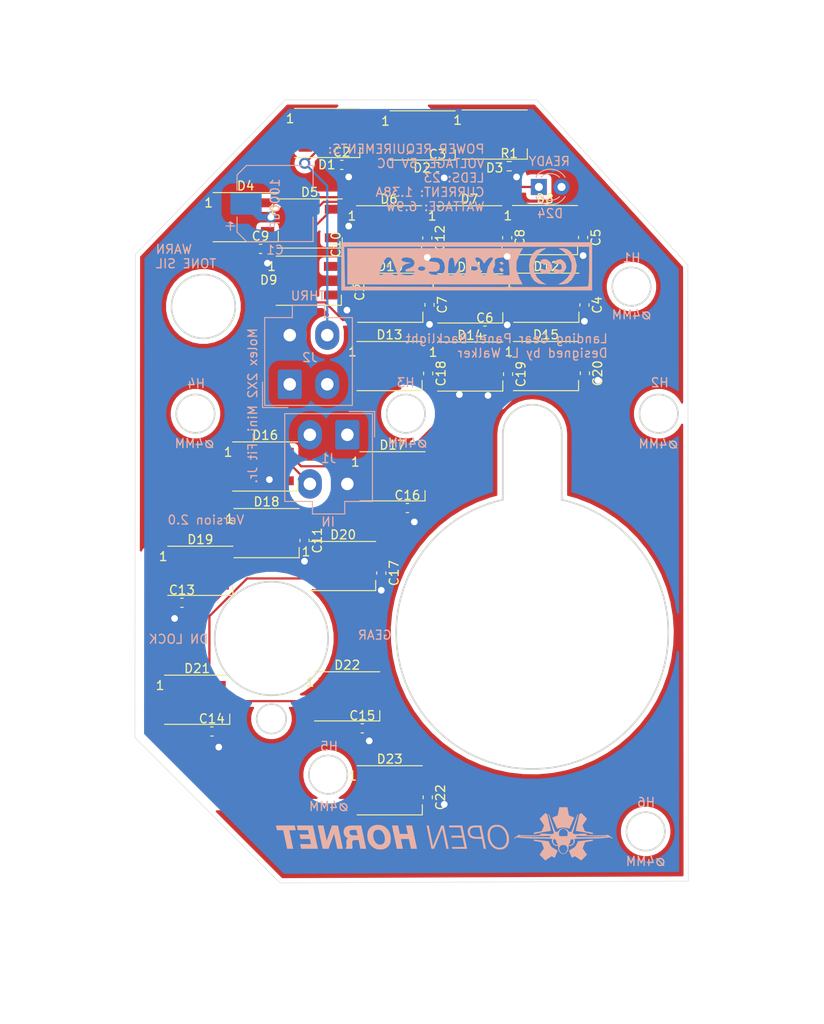
<source format=kicad_pcb>
(kicad_pcb (version 20171130) (host pcbnew "(5.1.6)-1")
  (layers (0 F.Cu signal) (31 B.Cu signal) (34 B.Paste user hide) (35 F.Paste user hide) (36 B.SilkS user) (37 F.SilkS user hide) (38 B.Mask user hide) (39 F.Mask user hide) (44 Edge.Cuts user))
  (net 0 "")
  (net 1 "Net-(D1-Pad2)")
  (net 2 "Net-(D2-Pad2)")
  (net 3 "Net-(D3-Pad2)")
  (net 4 "Net-(D4-Pad2)")
  (net 5 "Net-(D5-Pad2)")
  (net 6 "Net-(D6-Pad2)")
  (net 7 "Net-(D7-Pad2)")
  (net 8 "Net-(D8-Pad2)")
  (net 9 "Net-(D10-Pad4)")
  (net 10 "Net-(D10-Pad2)")
  (net 11 "Net-(D11-Pad2)")
  (net 12 "Net-(D12-Pad2)")
  (net 13 "Net-(D13-Pad2)")
  (net 14 "Net-(D14-Pad2)")
  (net 15 "Net-(D15-Pad2)")
  (net 16 "Net-(D16-Pad2)")
  (net 17 "Net-(D17-Pad2)")
  (net 18 "Net-(D18-Pad2)")
  (net 19 "Net-(D19-Pad2)")
  (net 20 "Net-(D20-Pad2)")
  (net 21 "Net-(D21-Pad2)")
  (net 22 "Net-(D22-Pad2)")
  (net 23 /LEDGND)
  (net 24 /LED+5V)
  (net 25 "Net-(D24-Pad1)")
  (net 26 /DATAIN)
  (net 27 /DATAOUT)
  (module OH_Backlighting:Molex_Mini-Fit_Jr_5566-04A_2x02_P4.20mm_Vertical (layer B.Cu) (at 81.25 71)
    (fp_text reference J2 (at 2.25 -3) (layer B.SilkS) (effects (justify mirror)))
    (fp_text value Conn_01x04_Female)
    (pad 4 thru_hole oval (at 4.2 -5.5) (size 2.7 3.3) (drill 1.4) (layers *.Cu *.Mask) (net 26 /DATAIN))
    (pad 3 thru_hole oval (at 0 -5.5) (size 2.7 3.3) (drill 1.4) (layers *.Cu *.Mask) (net 23 /LEDGND))
    (pad 2 thru_hole oval (at 4.2 0) (size 2.7 3.3) (drill 1.4) (layers *.Cu *.Mask) (net 24 /LED+5V))
    (pad 1 thru_hole roundrect (at 0 0) (size 2.7 3.3) (drill 1.4) (layers *.Cu *.Mask) (roundrect_rratio 0.09259299999999999) (net 24 /LED+5V))
  )
  (module OH_Backlighting:Molex_Mini-Fit_Jr_5566-04A_2x02_P4.20mm_Vertical (layer B.Cu) (at 87.7 76.65 180)
    (fp_text reference J1 (at 2.1 -2.65) (layer B.SilkS) (effects (justify mirror)))
    (fp_text value Conn_01x04_Female)
    (pad 4 thru_hole oval (at 4.2 -5.5 180) (size 2.7 3.3) (drill 1.4) (layers *.Cu *.Mask) (net 27 /DATAOUT))
    (pad 3 thru_hole oval (at 0 -5.5 180) (size 2.7 3.3) (drill 1.4) (layers *.Cu *.Mask) (net 23 /LEDGND))
    (pad 2 thru_hole oval (at 4.2 0 180) (size 2.7 3.3) (drill 1.4) (layers *.Cu *.Mask) (net 24 /LED+5V))
    (pad 1 thru_hole roundrect (at 0 0 180) (size 2.7 3.3) (drill 1.4) (layers *.Cu *.Mask) (roundrect_rratio 0.09259299999999999) (net 24 /LED+5V))
  )
  (module OH_General:CC-BY-NC-SA-Small (layer B.Cu) (at 101.15 57.8 180)
    (fp_text reference G*** hide)
    (fp_text value LOGO hide)
  )
  (module OH_General:OH_LOGO_37.7mm_5.9mm (layer B.Cu) (at 98.55 121.3 180)
    (fp_text reference G*** hide)
    (fp_text value LOGO hide)
  )
  (module Capacitor_SMD:C_0603_1608Metric (layer F.Cu) (at 96.7 117.212 270)
    (fp_text reference C22 (at 0 -1.43 90) (layer F.SilkS))
    (fp_text value C)
    (pad 2 smd roundrect (at 0.7875 0 270) (size 0.875 0.95) (layers F.Cu F.Paste F.Mask) (net 23 /LEDGND))
    (pad 1 smd roundrect (at -0.7875 0 270) (size 0.875 0.95) (layers F.Cu F.Paste F.Mask) (net 24 /LED+5V))
  )
  (module Capacitor_SMD:C_0603_1608Metric (layer F.Cu) (at 87.65 60.2125 270)
    (fp_text reference C21 (at 0 -1.43 90) (layer F.SilkS))
    (fp_text value C)
    (pad 2 smd roundrect (at 0.7875 0 270) (size 0.875 0.95) (layers F.Cu F.Paste F.Mask) (net 23 /LEDGND))
    (pad 1 smd roundrect (at -0.7875 0 270) (size 0.875 0.95) (layers F.Cu F.Paste F.Mask) (net 24 /LED+5V))
  )
  (module Capacitor_SMD:C_0603_1608Metric (layer F.Cu) (at 114.3 69.7625 270)
    (fp_text reference C20 (at 0 -1.43 90) (layer F.SilkS))
    (fp_text value C)
    (pad 2 smd roundrect (at 0.7875 0 270) (size 0.875 0.95) (layers F.Cu F.Paste F.Mask) (net 23 /LEDGND))
    (pad 1 smd roundrect (at -0.7875 0 270) (size 0.875 0.95) (layers F.Cu F.Paste F.Mask) (net 24 /LED+5V))
  )
  (module Capacitor_SMD:C_0603_1608Metric (layer F.Cu) (at 105.7 69.8625 270)
    (fp_text reference C19 (at 0 -1.43 90) (layer F.SilkS))
    (fp_text value C)
    (pad 2 smd roundrect (at 0.7875 0 270) (size 0.875 0.95) (layers F.Cu F.Paste F.Mask) (net 23 /LEDGND))
    (pad 1 smd roundrect (at -0.7875 0 270) (size 0.875 0.95) (layers F.Cu F.Paste F.Mask) (net 24 /LED+5V))
  )
  (module Capacitor_SMD:C_0603_1608Metric (layer F.Cu) (at 96.75 69.7875 270)
    (fp_text reference C18 (at 0 -1.43 90) (layer F.SilkS))
    (fp_text value C)
    (pad 2 smd roundrect (at 0.7875 0 270) (size 0.875 0.95) (layers F.Cu F.Paste F.Mask) (net 23 /LEDGND))
    (pad 1 smd roundrect (at -0.7875 0 270) (size 0.875 0.95) (layers F.Cu F.Paste F.Mask) (net 24 /LED+5V))
  )
  (module Capacitor_SMD:C_0603_1608Metric (layer F.Cu) (at 96.9 62.1125 270)
    (fp_text reference C7 (at 0 -1.43 90) (layer F.SilkS))
    (fp_text value C)
    (pad 2 smd roundrect (at 0.7875 0 270) (size 0.875 0.95) (layers F.Cu F.Paste F.Mask) (net 23 /LEDGND))
    (pad 1 smd roundrect (at -0.7875 0 270) (size 0.875 0.95) (layers F.Cu F.Paste F.Mask) (net 24 /LED+5V))
  )
  (module LED_SMD:LED_WS2812B_PLCC4_5.0x5.0mm_P3.2mm (layer F.Cu) (at 92.366 53.7716)
    (fp_text reference D6 (at 0 -3.5) (layer F.SilkS))
    (fp_text value WS2812B)
    (fp_text user 1 (at -4.15 -1.6) (layer F.SilkS))
    (pad 1 smd rect (at -2.45 -1.6) (size 1.5 1) (layers F.Cu F.Paste F.Mask) (net 24 /LED+5V))
    (pad 2 smd rect (at -2.45 1.6) (size 1.5 1) (layers F.Cu F.Paste F.Mask) (net 6 "Net-(D6-Pad2)"))
    (pad 4 smd rect (at 2.45 -1.6) (size 1.5 1) (layers F.Cu F.Paste F.Mask) (net 5 "Net-(D5-Pad2)"))
    (pad 3 smd rect (at 2.45 1.6) (size 1.5 1) (layers F.Cu F.Paste F.Mask) (net 23 /LEDGND))
  )
  (module Capacitor_SMD:C_0603_1608Metric (layer F.Cu) (at 82.9 88.475 270)
    (fp_text reference C11 (at 0 -1.43 90) (layer F.SilkS))
    (fp_text value C)
    (pad 2 smd roundrect (at 0.775 0 270) (size 0.9 0.95) (layers F.Cu F.Paste F.Mask) (net 23 /LEDGND))
    (pad 1 smd roundrect (at -0.775 0 270) (size 0.9 0.95) (layers F.Cu F.Paste F.Mask) (net 24 /LED+5V))
  )
  (module Resistor_SMD:R_0603_1608Metric (layer F.Cu) (at 105.825 46.6)
    (fp_text reference R1 (at 0 -1.43) (layer F.SilkS))
    (fp_text value R)
    (pad 2 smd roundrect (at 0.825 0) (size 0.8 0.95) (layers F.Cu F.Paste F.Mask) (net 23 /LEDGND))
    (pad 1 smd roundrect (at -0.825 0) (size 0.8 0.95) (layers F.Cu F.Paste F.Mask) (net 25 "Net-(D24-Pad1)"))
  )
  (module Capacitor_SMD:C_0603_1608Metric (layer F.Cu) (at 91.5 92.125 270)
    (fp_text reference C17 (at 0 -1.43 90) (layer F.SilkS))
    (fp_text value C)
    (pad 2 smd roundrect (at 0.775 0 270) (size 0.9 0.95) (layers F.Cu F.Paste F.Mask) (net 23 /LEDGND))
    (pad 1 smd roundrect (at -0.775 0 270) (size 0.9 0.95) (layers F.Cu F.Paste F.Mask) (net 24 /LED+5V))
  )
  (module Capacitor_SMD:C_0603_1608Metric (layer F.Cu) (at 94.425 84.85)
    (fp_text reference C16 (at 0 -1.43) (layer F.SilkS))
    (fp_text value C)
    (pad 2 smd roundrect (at 0.775 0) (size 0.9 0.95) (layers F.Cu F.Paste F.Mask) (net 23 /LEDGND))
    (pad 1 smd roundrect (at -0.775 0) (size 0.9 0.95) (layers F.Cu F.Paste F.Mask) (net 24 /LED+5V))
  )
  (module Capacitor_SMD:C_0603_1608Metric (layer F.Cu) (at 89.375 109.5)
    (fp_text reference C15 (at 0 -1.43) (layer F.SilkS))
    (fp_text value C)
    (pad 2 smd roundrect (at 0.775 0) (size 0.9 0.95) (layers F.Cu F.Paste F.Mask) (net 23 /LEDGND))
    (pad 1 smd roundrect (at -0.775 0) (size 0.9 0.95) (layers F.Cu F.Paste F.Mask) (net 24 /LED+5V))
  )
  (module Capacitor_SMD:C_0603_1608Metric (layer F.Cu) (at 72.525 109.85)
    (fp_text reference C14 (at 0 -1.43) (layer F.SilkS))
    (fp_text value C)
    (pad 2 smd roundrect (at 0.775 0) (size 0.9 0.95) (layers F.Cu F.Paste F.Mask) (net 23 /LEDGND))
    (pad 1 smd roundrect (at -0.775 0) (size 0.9 0.95) (layers F.Cu F.Paste F.Mask) (net 24 /LED+5V))
  )
  (module Capacitor_SMD:C_0603_1608Metric (layer F.Cu) (at 69.175 95.45)
    (fp_text reference C13 (at 0 -1.43) (layer F.SilkS))
    (fp_text value C)
    (pad 2 smd roundrect (at 0.775 0) (size 0.9 0.95) (layers F.Cu F.Paste F.Mask) (net 23 /LEDGND))
    (pad 1 smd roundrect (at -0.775 0) (size 0.9 0.95) (layers F.Cu F.Paste F.Mask) (net 24 /LED+5V))
  )
  (module Capacitor_SMD:C_0603_1608Metric (layer F.Cu) (at 96.65 54.625 270)
    (fp_text reference C12 (at 0 -1.43 90) (layer F.SilkS))
    (fp_text value C)
    (pad 2 smd roundrect (at 0.775 0 270) (size 0.9 0.95) (layers F.Cu F.Paste F.Mask) (net 23 /LEDGND))
    (pad 1 smd roundrect (at -0.775 0 270) (size 0.9 0.95) (layers F.Cu F.Paste F.Mask) (net 24 /LED+5V))
  )
  (module Capacitor_SMD:C_0603_1608Metric (layer F.Cu) (at 87.85 55.35 90)
    (fp_text reference C10 (at 0 -1.43 90) (layer F.SilkS))
    (fp_text value C)
    (pad 2 smd roundrect (at 0.775 0 90) (size 0.9 0.95) (layers F.Cu F.Paste F.Mask) (net 23 /LEDGND))
    (pad 1 smd roundrect (at -0.775 0 90) (size 0.9 0.95) (layers F.Cu F.Paste F.Mask) (net 24 /LED+5V))
  )
  (module Capacitor_SMD:C_0603_1608Metric (layer F.Cu) (at 77.975 55.85)
    (fp_text reference C9 (at 0 -1.43) (layer F.SilkS))
    (fp_text value C)
    (pad 2 smd roundrect (at 0.775 0) (size 0.9 0.95) (layers F.Cu F.Paste F.Mask) (net 23 /LEDGND))
    (pad 1 smd roundrect (at -0.775 0) (size 0.9 0.95) (layers F.Cu F.Paste F.Mask) (net 24 /LED+5V))
  )
  (module Capacitor_SMD:C_0603_1608Metric (layer F.Cu) (at 105.6 54.6 270)
    (fp_text reference C8 (at 0 -1.43 90) (layer F.SilkS))
    (fp_text value C)
    (pad 2 smd roundrect (at 0.775 0 270) (size 0.9 0.95) (layers F.Cu F.Paste F.Mask) (net 23 /LEDGND))
    (pad 1 smd roundrect (at -0.775 0 270) (size 0.9 0.95) (layers F.Cu F.Paste F.Mask) (net 24 /LED+5V))
  )
  (module Capacitor_SMD:C_0603_1608Metric (layer F.Cu) (at 103.1 65)
    (fp_text reference C6 (at 0 -1.43) (layer F.SilkS))
    (fp_text value C)
    (pad 2 smd roundrect (at 0.775 0) (size 0.9 0.95) (layers F.Cu F.Paste F.Mask) (net 23 /LEDGND))
    (pad 1 smd roundrect (at -0.775 0) (size 0.9 0.95) (layers F.Cu F.Paste F.Mask) (net 24 /LED+5V))
  )
  (module Capacitor_SMD:C_0603_1608Metric (layer F.Cu) (at 114.1 54.575 270)
    (fp_text reference C5 (at 0 -1.43 90) (layer F.SilkS))
    (fp_text value C)
    (pad 2 smd roundrect (at 0.775 0 270) (size 0.9 0.95) (layers F.Cu F.Paste F.Mask) (net 23 /LEDGND))
    (pad 1 smd roundrect (at -0.775 0 270) (size 0.9 0.95) (layers F.Cu F.Paste F.Mask) (net 24 /LED+5V))
  )
  (module Capacitor_SMD:C_0603_1608Metric (layer F.Cu) (at 114.25 62.125 270)
    (fp_text reference C4 (at 0 -1.43 90) (layer F.SilkS))
    (fp_text value C)
    (pad 2 smd roundrect (at 0.775 0 270) (size 0.9 0.95) (layers F.Cu F.Paste F.Mask) (net 23 /LEDGND))
    (pad 1 smd roundrect (at -0.775 0 270) (size 0.9 0.95) (layers F.Cu F.Paste F.Mask) (net 24 /LED+5V))
  )
  (module Capacitor_SMD:C_0603_1608Metric (layer F.Cu) (at 97.8 46.7)
    (fp_text reference C3 (at 0 -1.43) (layer F.SilkS))
    (fp_text value C)
    (pad 2 smd roundrect (at 0.775 0) (size 0.9 0.95) (layers F.Cu F.Paste F.Mask) (net 23 /LEDGND))
    (pad 1 smd roundrect (at -0.775 0) (size 0.9 0.95) (layers F.Cu F.Paste F.Mask) (net 24 /LED+5V))
  )
  (module Capacitor_SMD:C_0603_1608Metric (layer F.Cu) (at 87.075 46.45)
    (fp_text reference C2 (at 0 -1.43) (layer F.SilkS))
    (fp_text value C)
    (pad 2 smd roundrect (at 0.775 0) (size 0.9 0.95) (layers F.Cu F.Paste F.Mask) (net 23 /LEDGND))
    (pad 1 smd roundrect (at -0.775 0) (size 0.9 0.95) (layers F.Cu F.Paste F.Mask) (net 24 /LED+5V))
  )
  (module LED_THT:LED_D3.0mm (layer B.Cu) (at 109.144 48.9204)
    (fp_text reference D24 (at 1.27 2.96) (layer B.SilkS) (effects (justify mirror)))
    (fp_text value LED)
    (pad 2 thru_hole circle (at 2.54 0) (size 1.8 1.8) (drill 0.9) (layers *.Cu *.Mask) (net 24 /LED+5V))
    (pad 1 thru_hole rect (at 0 0) (size 1.8 1.8) (drill 0.9) (layers *.Cu *.Mask) (net 25 "Net-(D24-Pad1)"))
  )
  (module LED_SMD:LED_WS2812B_PLCC4_5.0x5.0mm_P3.2mm (layer F.Cu) (at 78.5 80.2)
    (fp_text reference D16 (at 0 -3.5) (layer F.SilkS))
    (fp_text value WS2812B)
    (fp_text user 1 (at -4.15 -1.6) (layer F.SilkS))
    (pad 1 smd rect (at -2.45 -1.6) (size 1.5 1) (layers F.Cu F.Paste F.Mask) (net 24 /LED+5V))
    (pad 2 smd rect (at -2.45 1.6) (size 1.5 1) (layers F.Cu F.Paste F.Mask) (net 16 "Net-(D16-Pad2)"))
    (pad 4 smd rect (at 2.45 -1.6) (size 1.5 1) (layers F.Cu F.Paste F.Mask) (net 15 "Net-(D15-Pad2)"))
    (pad 3 smd rect (at 2.45 1.6) (size 1.5 1) (layers F.Cu F.Paste F.Mask) (net 23 /LEDGND))
  )
  (module LED_SMD:LED_WS2812B_PLCC4_5.0x5.0mm_P3.2mm (layer F.Cu) (at 92.4444 116.434)
    (fp_text reference D23 (at 0 -3.5) (layer F.SilkS))
    (fp_text value WS2812B)
    (fp_text user 1 (at -4.15 -1.6) (layer F.SilkS))
    (pad 1 smd rect (at -2.45 -1.6) (size 1.5 1) (layers F.Cu F.Paste F.Mask) (net 24 /LED+5V))
    (pad 2 smd rect (at -2.45 1.6) (size 1.5 1) (layers F.Cu F.Paste F.Mask) (net 27 /DATAOUT))
    (pad 4 smd rect (at 2.45 -1.6) (size 1.5 1) (layers F.Cu F.Paste F.Mask) (net 22 "Net-(D22-Pad2)"))
    (pad 3 smd rect (at 2.45 1.6) (size 1.5 1) (layers F.Cu F.Paste F.Mask) (net 23 /LEDGND))
  )
  (module LED_SMD:LED_WS2812B_PLCC4_5.0x5.0mm_P3.2mm (layer F.Cu) (at 87.6808 105.918)
    (fp_text reference D22 (at 0 -3.5) (layer F.SilkS))
    (fp_text value WS2812B)
    (fp_text user 1 (at -4.15 -1.6) (layer F.SilkS))
    (pad 1 smd rect (at -2.45 -1.6) (size 1.5 1) (layers F.Cu F.Paste F.Mask) (net 24 /LED+5V))
    (pad 2 smd rect (at -2.45 1.6) (size 1.5 1) (layers F.Cu F.Paste F.Mask) (net 22 "Net-(D22-Pad2)"))
    (pad 4 smd rect (at 2.45 -1.6) (size 1.5 1) (layers F.Cu F.Paste F.Mask) (net 21 "Net-(D21-Pad2)"))
    (pad 3 smd rect (at 2.45 1.6) (size 1.5 1) (layers F.Cu F.Paste F.Mask) (net 23 /LEDGND))
  )
  (module LED_SMD:LED_WS2812B_PLCC4_5.0x5.0mm_P3.2mm (layer F.Cu) (at 70.8776 106.299)
    (fp_text reference D21 (at 0 -3.5) (layer F.SilkS))
    (fp_text value WS2812B)
    (fp_text user 1 (at -4.15 -1.6) (layer F.SilkS))
    (pad 1 smd rect (at -2.45 -1.6) (size 1.5 1) (layers F.Cu F.Paste F.Mask) (net 24 /LED+5V))
    (pad 2 smd rect (at -2.45 1.6) (size 1.5 1) (layers F.Cu F.Paste F.Mask) (net 21 "Net-(D21-Pad2)"))
    (pad 4 smd rect (at 2.45 -1.6) (size 1.5 1) (layers F.Cu F.Paste F.Mask) (net 20 "Net-(D20-Pad2)"))
    (pad 3 smd rect (at 2.45 1.6) (size 1.5 1) (layers F.Cu F.Paste F.Mask) (net 23 /LEDGND))
  )
  (module LED_SMD:LED_WS2812B_PLCC4_5.0x5.0mm_P3.2mm (layer F.Cu) (at 87.2236 91.3384)
    (fp_text reference D20 (at 0 -3.5) (layer F.SilkS))
    (fp_text value WS2812B)
    (fp_text user 1 (at -4.15 -1.6) (layer F.SilkS))
    (pad 1 smd rect (at -2.45 -1.6) (size 1.5 1) (layers F.Cu F.Paste F.Mask) (net 24 /LED+5V))
    (pad 2 smd rect (at -2.45 1.6) (size 1.5 1) (layers F.Cu F.Paste F.Mask) (net 20 "Net-(D20-Pad2)"))
    (pad 4 smd rect (at 2.45 -1.6) (size 1.5 1) (layers F.Cu F.Paste F.Mask) (net 19 "Net-(D19-Pad2)"))
    (pad 3 smd rect (at 2.45 1.6) (size 1.5 1) (layers F.Cu F.Paste F.Mask) (net 23 /LEDGND))
  )
  (module LED_SMD:LED_WS2812B_PLCC4_5.0x5.0mm_P3.2mm (layer F.Cu) (at 71.2332 91.8716)
    (fp_text reference D19 (at 0 -3.5) (layer F.SilkS))
    (fp_text value WS2812B)
    (fp_text user 1 (at -4.15 -1.6) (layer F.SilkS))
    (pad 1 smd rect (at -2.45 -1.6) (size 1.5 1) (layers F.Cu F.Paste F.Mask) (net 24 /LED+5V))
    (pad 2 smd rect (at -2.45 1.6) (size 1.5 1) (layers F.Cu F.Paste F.Mask) (net 19 "Net-(D19-Pad2)"))
    (pad 4 smd rect (at 2.45 -1.6) (size 1.5 1) (layers F.Cu F.Paste F.Mask) (net 18 "Net-(D18-Pad2)"))
    (pad 3 smd rect (at 2.45 1.6) (size 1.5 1) (layers F.Cu F.Paste F.Mask) (net 23 /LEDGND))
  )
  (module LED_SMD:LED_WS2812B_PLCC4_5.0x5.0mm_P3.2mm (layer F.Cu) (at 78.65 87.6552)
    (fp_text reference D18 (at 0 -3.5) (layer F.SilkS))
    (fp_text value WS2812B)
    (fp_text user 1 (at -4.15 -1.6) (layer F.SilkS))
    (pad 1 smd rect (at -2.45 -1.6) (size 1.5 1) (layers F.Cu F.Paste F.Mask) (net 24 /LED+5V))
    (pad 2 smd rect (at -2.45 1.6) (size 1.5 1) (layers F.Cu F.Paste F.Mask) (net 18 "Net-(D18-Pad2)"))
    (pad 4 smd rect (at 2.45 -1.6) (size 1.5 1) (layers F.Cu F.Paste F.Mask) (net 17 "Net-(D17-Pad2)"))
    (pad 3 smd rect (at 2.45 1.6) (size 1.5 1) (layers F.Cu F.Paste F.Mask) (net 23 /LEDGND))
  )
  (module LED_SMD:LED_WS2812B_PLCC4_5.0x5.0mm_P3.2mm (layer F.Cu) (at 92.75 81.3)
    (fp_text reference D17 (at 0 -3.5) (layer F.SilkS))
    (fp_text value WS2812B)
    (fp_text user 1 (at -4.15 -1.6) (layer F.SilkS))
    (pad 1 smd rect (at -2.45 -1.6) (size 1.5 1) (layers F.Cu F.Paste F.Mask) (net 24 /LED+5V))
    (pad 2 smd rect (at -2.45 1.6) (size 1.5 1) (layers F.Cu F.Paste F.Mask) (net 17 "Net-(D17-Pad2)"))
    (pad 4 smd rect (at 2.45 -1.6) (size 1.5 1) (layers F.Cu F.Paste F.Mask) (net 16 "Net-(D16-Pad2)"))
    (pad 3 smd rect (at 2.45 1.6) (size 1.5 1) (layers F.Cu F.Paste F.Mask) (net 23 /LEDGND))
  )
  (module LED_SMD:LED_WS2812B_PLCC4_5.0x5.0mm_P3.2mm (layer F.Cu) (at 109.943 68.9608)
    (fp_text reference D15 (at 0 -3.5) (layer F.SilkS))
    (fp_text value WS2812B)
    (fp_text user 1 (at -4.15 -1.6) (layer F.SilkS))
    (pad 1 smd rect (at -2.45 -1.6) (size 1.5 1) (layers F.Cu F.Paste F.Mask) (net 24 /LED+5V))
    (pad 2 smd rect (at -2.45 1.6) (size 1.5 1) (layers F.Cu F.Paste F.Mask) (net 15 "Net-(D15-Pad2)"))
    (pad 4 smd rect (at 2.45 -1.6) (size 1.5 1) (layers F.Cu F.Paste F.Mask) (net 14 "Net-(D14-Pad2)"))
    (pad 3 smd rect (at 2.45 1.6) (size 1.5 1) (layers F.Cu F.Paste F.Mask) (net 23 /LEDGND))
  )
  (module LED_SMD:LED_WS2812B_PLCC4_5.0x5.0mm_P3.2mm (layer F.Cu) (at 101.459 69.0116)
    (fp_text reference D14 (at 0 -3.5) (layer F.SilkS))
    (fp_text value WS2812B)
    (fp_text user 1 (at -4.15 -1.6) (layer F.SilkS))
    (pad 1 smd rect (at -2.45 -1.6) (size 1.5 1) (layers F.Cu F.Paste F.Mask) (net 24 /LED+5V))
    (pad 2 smd rect (at -2.45 1.6) (size 1.5 1) (layers F.Cu F.Paste F.Mask) (net 14 "Net-(D14-Pad2)"))
    (pad 4 smd rect (at 2.45 -1.6) (size 1.5 1) (layers F.Cu F.Paste F.Mask) (net 13 "Net-(D13-Pad2)"))
    (pad 3 smd rect (at 2.45 1.6) (size 1.5 1) (layers F.Cu F.Paste F.Mask) (net 23 /LEDGND))
  )
  (module LED_SMD:LED_WS2812B_PLCC4_5.0x5.0mm_P3.2mm (layer F.Cu) (at 92.4168 68.9608)
    (fp_text reference D13 (at 0 -3.5) (layer F.SilkS))
    (fp_text value WS2812B)
    (fp_text user 1 (at -4.15 -1.6) (layer F.SilkS))
    (pad 1 smd rect (at -2.45 -1.6) (size 1.5 1) (layers F.Cu F.Paste F.Mask) (net 24 /LED+5V))
    (pad 2 smd rect (at -2.45 1.6) (size 1.5 1) (layers F.Cu F.Paste F.Mask) (net 13 "Net-(D13-Pad2)"))
    (pad 4 smd rect (at 2.45 -1.6) (size 1.5 1) (layers F.Cu F.Paste F.Mask) (net 12 "Net-(D12-Pad2)"))
    (pad 3 smd rect (at 2.45 1.6) (size 1.5 1) (layers F.Cu F.Paste F.Mask) (net 23 /LEDGND))
  )
  (module LED_SMD:LED_WS2812B_PLCC4_5.0x5.0mm_P3.2mm (layer F.Cu) (at 109.982 61.3156)
    (fp_text reference D12 (at 0 -3.5) (layer F.SilkS))
    (fp_text value WS2812B)
    (fp_text user 1 (at -4.15 -1.6) (layer F.SilkS))
    (pad 1 smd rect (at -2.45 -1.6) (size 1.5 1) (layers F.Cu F.Paste F.Mask) (net 24 /LED+5V))
    (pad 2 smd rect (at -2.45 1.6) (size 1.5 1) (layers F.Cu F.Paste F.Mask) (net 12 "Net-(D12-Pad2)"))
    (pad 4 smd rect (at 2.45 -1.6) (size 1.5 1) (layers F.Cu F.Paste F.Mask) (net 11 "Net-(D11-Pad2)"))
    (pad 3 smd rect (at 2.45 1.6) (size 1.5 1) (layers F.Cu F.Paste F.Mask) (net 23 /LEDGND))
  )
  (module LED_SMD:LED_WS2812B_PLCC4_5.0x5.0mm_P3.2mm (layer F.Cu) (at 101.459 61.3916)
    (fp_text reference D11 (at 0 -3.5) (layer F.SilkS))
    (fp_text value WS2812B)
    (fp_text user 1 (at -4.15 -1.6) (layer F.SilkS))
    (pad 1 smd rect (at -2.45 -1.6) (size 1.5 1) (layers F.Cu F.Paste F.Mask) (net 24 /LED+5V))
    (pad 2 smd rect (at -2.45 1.6) (size 1.5 1) (layers F.Cu F.Paste F.Mask) (net 11 "Net-(D11-Pad2)"))
    (pad 4 smd rect (at 2.45 -1.6) (size 1.5 1) (layers F.Cu F.Paste F.Mask) (net 10 "Net-(D10-Pad2)"))
    (pad 3 smd rect (at 2.45 1.6) (size 1.5 1) (layers F.Cu F.Paste F.Mask) (net 23 /LEDGND))
  )
  (module LED_SMD:LED_WS2812B_PLCC4_5.0x5.0mm_P3.2mm (layer F.Cu) (at 92.5068 61.3156)
    (fp_text reference D10 (at 0 -3.5) (layer F.SilkS))
    (fp_text value WS2812B)
    (fp_text user 1 (at -4.15 -1.6) (layer F.SilkS))
    (pad 1 smd rect (at -2.45 -1.6) (size 1.5 1) (layers F.Cu F.Paste F.Mask) (net 24 /LED+5V))
    (pad 2 smd rect (at -2.45 1.6) (size 1.5 1) (layers F.Cu F.Paste F.Mask) (net 10 "Net-(D10-Pad2)"))
    (pad 4 smd rect (at 2.45 -1.6) (size 1.5 1) (layers F.Cu F.Paste F.Mask) (net 9 "Net-(D10-Pad4)"))
    (pad 3 smd rect (at 2.45 1.6) (size 1.5 1) (layers F.Cu F.Paste F.Mask) (net 23 /LEDGND))
  )
  (module LED_SMD:LED_WS2812B_PLCC4_5.0x5.0mm_P3.2mm (layer F.Cu) (at 83.3744 59.4104)
    (fp_text reference D9 (at -4.482 -0.076) (layer F.SilkS))
    (fp_text value WS2812B)
    (fp_text user 1 (at -4.15 -1.6) (layer F.SilkS))
    (pad 1 smd rect (at -2.45 -1.6) (size 1.5 1) (layers F.Cu F.Paste F.Mask) (net 24 /LED+5V))
    (pad 2 smd rect (at -2.45 1.6) (size 1.5 1) (layers F.Cu F.Paste F.Mask) (net 9 "Net-(D10-Pad4)"))
    (pad 4 smd rect (at 2.45 -1.6) (size 1.5 1) (layers F.Cu F.Paste F.Mask) (net 8 "Net-(D8-Pad2)"))
    (pad 3 smd rect (at 2.45 1.6) (size 1.5 1) (layers F.Cu F.Paste F.Mask) (net 23 /LEDGND))
  )
  (module LED_SMD:LED_WS2812B_PLCC4_5.0x5.0mm_P3.2mm (layer F.Cu) (at 109.83 53.7464)
    (fp_text reference D8 (at 0 -3.5) (layer F.SilkS))
    (fp_text value WS2812B)
    (fp_text user 1 (at -4.15 -1.6) (layer F.SilkS))
    (pad 1 smd rect (at -2.45 -1.6) (size 1.5 1) (layers F.Cu F.Paste F.Mask) (net 24 /LED+5V))
    (pad 2 smd rect (at -2.45 1.6) (size 1.5 1) (layers F.Cu F.Paste F.Mask) (net 8 "Net-(D8-Pad2)"))
    (pad 4 smd rect (at 2.45 -1.6) (size 1.5 1) (layers F.Cu F.Paste F.Mask) (net 7 "Net-(D7-Pad2)"))
    (pad 3 smd rect (at 2.45 1.6) (size 1.5 1) (layers F.Cu F.Paste F.Mask) (net 23 /LEDGND))
  )
  (module LED_SMD:LED_WS2812B_PLCC4_5.0x5.0mm_P3.2mm (layer F.Cu) (at 101.358 53.7716)
    (fp_text reference D7 (at 0 -3.5) (layer F.SilkS))
    (fp_text value WS2812B)
    (fp_text user 1 (at -4.15 -1.6) (layer F.SilkS))
    (pad 1 smd rect (at -2.45 -1.6) (size 1.5 1) (layers F.Cu F.Paste F.Mask) (net 24 /LED+5V))
    (pad 2 smd rect (at -2.45 1.6) (size 1.5 1) (layers F.Cu F.Paste F.Mask) (net 7 "Net-(D7-Pad2)"))
    (pad 4 smd rect (at 2.45 -1.6) (size 1.5 1) (layers F.Cu F.Paste F.Mask) (net 6 "Net-(D6-Pad2)"))
    (pad 3 smd rect (at 2.45 1.6) (size 1.5 1) (layers F.Cu F.Paste F.Mask) (net 23 /LEDGND))
  )
  (module LED_SMD:LED_WS2812B_PLCC4_5.0x5.0mm_P3.2mm (layer F.Cu) (at 83.476 53.0096)
    (fp_text reference D5 (at 0 -3.5) (layer F.SilkS))
    (fp_text value WS2812B)
    (fp_text user 1 (at -4.15 -1.6) (layer F.SilkS))
    (pad 1 smd rect (at -2.45 -1.6) (size 1.5 1) (layers F.Cu F.Paste F.Mask) (net 24 /LED+5V))
    (pad 2 smd rect (at -2.45 1.6) (size 1.5 1) (layers F.Cu F.Paste F.Mask) (net 5 "Net-(D5-Pad2)"))
    (pad 4 smd rect (at 2.45 -1.6) (size 1.5 1) (layers F.Cu F.Paste F.Mask) (net 4 "Net-(D4-Pad2)"))
    (pad 3 smd rect (at 2.45 1.6) (size 1.5 1) (layers F.Cu F.Paste F.Mask) (net 23 /LEDGND))
  )
  (module LED_SMD:LED_WS2812B_PLCC4_5.0x5.0mm_P3.2mm (layer F.Cu) (at 76.3132 52.2984)
    (fp_text reference D4 (at 0 -3.5) (layer F.SilkS))
    (fp_text value WS2812B)
    (fp_text user 1 (at -4.15 -1.6) (layer F.SilkS))
    (pad 1 smd rect (at -2.45 -1.6) (size 1.5 1) (layers F.Cu F.Paste F.Mask) (net 24 /LED+5V))
    (pad 2 smd rect (at -2.45 1.6) (size 1.5 1) (layers F.Cu F.Paste F.Mask) (net 4 "Net-(D4-Pad2)"))
    (pad 4 smd rect (at 2.45 -1.6) (size 1.5 1) (layers F.Cu F.Paste F.Mask) (net 3 "Net-(D3-Pad2)"))
    (pad 3 smd rect (at 2.45 1.6) (size 1.5 1) (layers F.Cu F.Paste F.Mask) (net 23 /LEDGND))
  )
  (module LED_SMD:LED_WS2812B_PLCC4_5.0x5.0mm_P3.2mm (layer F.Cu) (at 104.202 43.0528)
    (fp_text reference D3 (at -0.0116 3.734) (layer F.SilkS))
    (fp_text value WS2812B)
    (fp_text user 1 (at -4.15 -1.6) (layer F.SilkS))
    (pad 1 smd rect (at -2.45 -1.6) (size 1.5 1) (layers F.Cu F.Paste F.Mask) (net 24 /LED+5V))
    (pad 2 smd rect (at -2.45 1.6) (size 1.5 1) (layers F.Cu F.Paste F.Mask) (net 3 "Net-(D3-Pad2)"))
    (pad 4 smd rect (at 2.45 -1.6) (size 1.5 1) (layers F.Cu F.Paste F.Mask) (net 2 "Net-(D2-Pad2)"))
    (pad 3 smd rect (at 2.45 1.6) (size 1.5 1) (layers F.Cu F.Paste F.Mask) (net 23 /LEDGND))
  )
  (module LED_SMD:LED_WS2812B_PLCC4_5.0x5.0mm_P3.2mm (layer F.Cu) (at 96.1252 43.1544)
    (fp_text reference D2 (at -0.0624 3.6324) (layer F.SilkS))
    (fp_text value WS2812B)
    (fp_text user 1 (at -4.15 -1.6) (layer F.SilkS))
    (pad 1 smd rect (at -2.45 -1.6) (size 1.5 1) (layers F.Cu F.Paste F.Mask) (net 24 /LED+5V))
    (pad 2 smd rect (at -2.45 1.6) (size 1.5 1) (layers F.Cu F.Paste F.Mask) (net 2 "Net-(D2-Pad2)"))
    (pad 4 smd rect (at 2.45 -1.6) (size 1.5 1) (layers F.Cu F.Paste F.Mask) (net 1 "Net-(D1-Pad2)"))
    (pad 3 smd rect (at 2.45 1.6) (size 1.5 1) (layers F.Cu F.Paste F.Mask) (net 23 /LEDGND))
  )
  (module LED_SMD:LED_WS2812B_PLCC4_5.0x5.0mm_P3.2mm (layer F.Cu) (at 85.4456 42.8752)
    (fp_text reference D1 (at -0.0508 3.556) (layer F.SilkS))
    (fp_text value WS2812B)
    (fp_text user 1 (at -4.15 -1.6) (layer F.SilkS))
    (pad 1 smd rect (at -2.45 -1.6) (size 1.5 1) (layers F.Cu F.Paste F.Mask) (net 24 /LED+5V))
    (pad 2 smd rect (at -2.45 1.6) (size 1.5 1) (layers F.Cu F.Paste F.Mask) (net 1 "Net-(D1-Pad2)"))
    (pad 4 smd rect (at 2.45 -1.6) (size 1.5 1) (layers F.Cu F.Paste F.Mask) (net 26 /DATAIN))
    (pad 3 smd rect (at 2.45 1.6) (size 1.5 1) (layers F.Cu F.Paste F.Mask) (net 23 /LEDGND))
  )
  (module Capacitor_SMD:CP_Elec_8x10 (layer B.Cu) (at 79.6036 50.7746)
    (fp_text reference C1 (at 0 5.2) (layer B.SilkS) (effects (justify mirror)))
    (fp_text value C_Polarized)
    (pad 2 smd roundrect (at 3.25 0) (size 3.5 2.5) (layers B.Cu B.Paste B.Mask) (roundrect_rratio 0.1) (net 23 /LEDGND))
    (pad 1 smd roundrect (at -3.25 0) (size 3.5 2.5) (layers B.Cu B.Paste B.Mask) (roundrect_rratio 0.1) (net 24 /LED+5V))
  )
  (gr_text READY (at 110.3122 46.0502) (layer B.SilkS) (effects (font (size 1 1)) (justify mirror)))
  (gr_text "POWER REQUIREMENTS:\nVOLTAGE: 5V DC\nLEDS: 23\nCURRENT: 1.38A\nWATTAGE: 6.9W" (at 103.15 47.9) (layer B.SilkS) (effects (font (size 1 1)) (justify left mirror)))
  (gr_text 1000uF (at 79.6036 50.7746 90) (layer B.SilkS) (effects (font (size 1 1)) (justify mirror)))
  (gr_text ⌀4MM (at 94.4626 77.5716) (layer B.SilkS) (effects (font (size 1 1)) (justify mirror)))
  (gr_text ⌀4MM (at 119.5578 63.2206) (layer B.SilkS) (effects (font (size 1 1)) (justify mirror)))
  (gr_text ⌀4MM (at 122.555 77.6732) (layer B.SilkS) (effects (font (size 1 1)) (justify mirror)))
  (gr_text ⌀4MM (at 121.1326 124.3838) (layer B.SilkS) (effects (font (size 1 1)) (justify mirror)))
  (gr_text ⌀4MM (at 85.6488 118.237) (layer B.SilkS) (effects (font (size 1 1)) (justify mirror)))
  (gr_text ⌀4MM (at 70.612 77.6224) (layer B.SilkS) (effects (font (size 1 1)) (justify mirror)))
  (gr_text H6 (at 121.158 117.7798) (layer B.SilkS) (effects (font (size 1 1)) (justify mirror)))
  (gr_text H5 (at 85.6488 111.506) (layer B.SilkS) (effects (font (size 1 1)) (justify mirror)))
  (gr_text H4 (at 70.7644 70.9168) (layer B.SilkS) (effects (font (size 1 1)) (justify mirror)))
  (gr_text H3 (at 94.234 70.8152) (layer B.SilkS) (effects (font (size 1 1)) (justify mirror)))
  (gr_text H2 (at 122.682 70.8152) (layer B.SilkS) (effects (font (size 1 1)) (justify mirror)))
  (gr_text H1 (at 119.5324 56.8452) (layer B.SilkS) (effects (font (size 1 1)) (justify mirror)))
  (gr_text "WARN\nTONE SIL" (at 66.15 56.7) (layer B.SilkS) (effects (font (size 1 1)) (justify right mirror)))
  (gr_text GEAR (at 90.7796 99.06) (layer B.SilkS) (effects (font (size 1 1)) (justify mirror)))
  (gr_text "DN LOCK" (at 68.7832 99.5172) (layer B.SilkS) (effects (font (size 1 1)) (justify mirror)))
  (gr_text THRU (at 83.3 61.1) (layer B.SilkS) (effects (font (size 1 1)) (justify mirror)))
  (gr_text IN (at 85.55 86.4) (layer B.SilkS) (effects (font (size 1 1)) (justify mirror)))
  (gr_text "Molex 2X2 Mini-Fit Jr." (at 77.1 73.4 90) (layer B.SilkS) (effects (font (size 1 1)) (justify mirror)))
  (gr_text "Version 2.0" (at 71.8566 86.1822) (layer B.SilkS) (effects (font (size 1 1)) (justify mirror)))
  (gr_text "Landing Gear Panel Backlight\nDesigned by L. Walker" (at 116.95 66.7) (layer B.SilkS) (effects (font (size 1 1)) (justify left mirror)))
  (gr_line (start 125.8316 57.658) (end 108.9152 39.1668) (layer Edge.Cuts) (width 0.05))
  (gr_line (start 125.8316 126.5936) (end 125.8824 126.5936) (layer Edge.Cuts) (width 0.05))
  (gr_line (start 80.1624 126.7968) (end 125.8316 126.5936) (layer Edge.Cuts) (width 0.05))
  (gr_line (start 63.9064 110.5408) (end 80.1624 126.7968) (layer Edge.Cuts) (width 0.05))
  (gr_line (start 63.9572 56.4896) (end 63.9064 110.5408) (layer Edge.Cuts) (width 0.05))
  (gr_line (start 80.7212 39.1668) (end 63.9572 56.4896) (layer Edge.Cuts) (width 0.05))
  (gr_line (start 108.9152 39.1668) (end 80.7212 39.1668) (layer Edge.Cuts) (width 0.05))
  (gr_line (start 125.8824 126.5936) (end 125.8316 57.658) (layer Edge.Cuts) (width 0.05))
  (gr_circle (center 85.5472 114.681) (end 87.699849 114.681) (layer Edge.Cuts) (width 0.2))
  (gr_line (start 111.702278 83.926482) (end 111.7092 76.581) (layer Edge.Cuts) (width 0.2))
  (gr_circle (center 79.1972 108.4326) (end 80.848199 108.4326) (layer Edge.Cuts) (width 0.2))
  (gr_circle (center 122.5677 74.289123) (end 124.72035 74.289123) (layer Edge.Cuts) (width 0.2))
  (gr_circle (center 79.1972 99.441) (end 85.547199 99.441) (layer Edge.Cuts) (width 0.2))
  (gr_circle (center 70.6907 74.289123) (end 72.84335 74.289123) (layer Edge.Cuts) (width 0.2))
  (gr_line (start 105.1052 76.581) (end 105.1052 83.928017) (layer Edge.Cuts) (width 0.2))
  (gr_circle (center 71.5772 62.2935) (end 75.148439 62.2935) (layer Edge.Cuts) (width 0.2))
  (gr_circle (center 94.2467 74.289123) (end 96.399349 74.289123) (layer Edge.Cuts) (width 0.2))
  (gr_circle (center 121.1072 121.031) (end 123.25985 121.031) (layer Edge.Cuts) (width 0.2))
  (gr_circle (center 119.5197 60.071) (end 121.67235 60.071) (layer Edge.Cuts) (width 0.2))
  (gr_arc (start 108.4072 76.581) (end 111.709199 76.581) (angle -180) (layer Edge.Cuts) (width 0.2))
  (gr_arc (start 108.4072 98.806) (end 105.105199 83.928017) (angle -335) (layer Edge.Cuts) (width 0.2))
  (segment (start 98.5752 41.5544) (end 97.4999 41.5544) (width 0.25) (layer F.Cu) (net 1))
  (segment (start 82.9956 44.4752) (end 84.0709 44.4752) (width 0.25) (layer F.Cu) (net 1))
  (segment (start 84.0709 44.4752) (end 84.0709 43.3874) (width 0.25) (layer F.Cu) (net 1))
  (segment (start 84.0709 43.3874) (end 87.0085 40.4498) (width 0.25) (layer F.Cu) (net 1))
  (segment (start 87.0085 40.4498) (end 96.3953 40.4498) (width 0.25) (layer F.Cu) (net 1))
  (segment (start 96.3953 40.4498) (end 97.4999 41.5544) (width 0.25) (layer F.Cu) (net 1))
  (segment (start 106.652 41.4528) (end 105.5767 41.4528) (width 0.25) (layer F.Cu) (net 2))
  (segment (start 93.6752 44.7544) (end 94.7505 44.7544) (width 0.25) (layer F.Cu) (net 2))
  (segment (start 94.7505 44.7544) (end 95.6775 43.8274) (width 0.25) (layer F.Cu) (net 2))
  (segment (start 95.6775 43.8274) (end 103.2021 43.8274) (width 0.25) (layer F.Cu) (net 2))
  (segment (start 103.2021 43.8274) (end 105.5767 41.4528) (width 0.25) (layer F.Cu) (net 2))
  (segment (start 78.7632 50.6984) (end 79.8385 50.6984) (width 0.25) (layer F.Cu) (net 3))
  (segment (start 101.752 44.6528) (end 100.6767 44.6528) (width 0.25) (layer F.Cu) (net 3))
  (segment (start 100.6767 44.6528) (end 100.6767 47.1585) (width 0.25) (layer F.Cu) (net 3))
  (segment (start 100.6767 47.1585) (end 97.7711 50.0641) (width 0.25) (layer F.Cu) (net 3))
  (segment (start 97.7711 50.0641) (end 80.4728 50.0641) (width 0.25) (layer F.Cu) (net 3))
  (segment (start 80.4728 50.0641) (end 79.8385 50.6984) (width 0.25) (layer F.Cu) (net 3))
  (segment (start 73.8632 53.8984) (end 74.9385 53.8984) (width 0.25) (layer F.Cu) (net 4))
  (segment (start 74.9385 53.8984) (end 74.9385 54.9912) (width 0.25) (layer F.Cu) (net 4))
  (segment (start 74.9385 54.9912) (end 78.3578 58.4105) (width 0.25) (layer F.Cu) (net 4))
  (segment (start 78.3578 58.4105) (end 79.14 58.4105) (width 0.25) (layer F.Cu) (net 4))
  (segment (start 79.14 58.4105) (end 79.7004 57.8501) (width 0.25) (layer F.Cu) (net 4))
  (segment (start 79.7004 57.8501) (end 79.7004 57.3094) (width 0.25) (layer F.Cu) (net 4))
  (segment (start 79.7004 57.3094) (end 80.9873 56.0225) (width 0.25) (layer F.Cu) (net 4))
  (segment (start 80.9873 56.0225) (end 81.3785 56.0225) (width 0.25) (layer F.Cu) (net 4))
  (segment (start 81.3785 56.0225) (end 85.926 51.475) (width 0.25) (layer F.Cu) (net 4))
  (segment (start 85.926 51.475) (end 85.926 51.4096) (width 0.25) (layer F.Cu) (net 4))
  (segment (start 81.026 54.6096) (end 82.1013 54.6096) (width 0.25) (layer F.Cu) (net 5))
  (segment (start 94.816 52.1716) (end 93.7407 52.1716) (width 0.25) (layer F.Cu) (net 5))
  (segment (start 82.1013 54.6096) (end 82.1013 53.5224) (width 0.25) (layer F.Cu) (net 5))
  (segment (start 82.1013 53.5224) (end 85.0395 50.5842) (width 0.25) (layer F.Cu) (net 5))
  (segment (start 85.0395 50.5842) (end 92.1533 50.5842) (width 0.25) (layer F.Cu) (net 5))
  (segment (start 92.1533 50.5842) (end 93.7407 52.1716) (width 0.25) (layer F.Cu) (net 5))
  (segment (start 102.7327 52.1716) (end 102.7327 53.2682) (width 0.25) (layer F.Cu) (net 6))
  (segment (start 102.7327 53.2682) (end 98.2494 57.7515) (width 0.25) (layer F.Cu) (net 6))
  (segment (start 98.2494 57.7515) (end 93.3712 57.7515) (width 0.25) (layer F.Cu) (net 6))
  (segment (start 93.3712 57.7515) (end 90.9913 55.3716) (width 0.25) (layer F.Cu) (net 6))
  (segment (start 89.916 55.3716) (end 90.9913 55.3716) (width 0.25) (layer F.Cu) (net 6))
  (segment (start 103.808 52.1716) (end 102.7327 52.1716) (width 0.25) (layer F.Cu) (net 6))
  (segment (start 112.28 52.1464) (end 111.2047 52.1464) (width 0.25) (layer F.Cu) (net 7))
  (segment (start 98.908 55.3716) (end 99.9833 55.3716) (width 0.25) (layer F.Cu) (net 7))
  (segment (start 99.9833 55.3716) (end 99.9833 54.2235) (width 0.25) (layer F.Cu) (net 7))
  (segment (start 99.9833 54.2235) (end 102.8857 51.3211) (width 0.25) (layer F.Cu) (net 7))
  (segment (start 102.8857 51.3211) (end 110.3794 51.3211) (width 0.25) (layer F.Cu) (net 7))
  (segment (start 110.3794 51.3211) (end 111.2047 52.1464) (width 0.25) (layer F.Cu) (net 7))
  (segment (start 85.8244 57.8104) (end 86.8997 57.8104) (width 0.25) (layer F.Cu) (net 8))
  (segment (start 107.38 55.3464) (end 107.38 56.2826) (width 0.25) (layer F.Cu) (net 8))
  (segment (start 107.38 56.2826) (end 105.4148 58.2478) (width 0.25) (layer F.Cu) (net 8))
  (segment (start 105.4148 58.2478) (end 87.3371 58.2478) (width 0.25) (layer F.Cu) (net 8))
  (segment (start 87.3371 58.2478) (end 86.8997 57.8104) (width 0.25) (layer F.Cu) (net 8))
  (segment (start 94.9568 59.7156) (end 93.8815 59.7156) (width 0.25) (layer F.Cu) (net 9))
  (segment (start 80.9244 61.0104) (end 81.9997 61.0104) (width 0.25) (layer F.Cu) (net 9))
  (segment (start 81.9997 61.0104) (end 82.825 61.8357) (width 0.25) (layer F.Cu) (net 9))
  (segment (start 82.825 61.8357) (end 85.2201 61.8357) (width 0.25) (layer F.Cu) (net 9))
  (segment (start 85.2201 61.8357) (end 87.1824 63.798) (width 0.25) (layer F.Cu) (net 9))
  (segment (start 87.1824 63.798) (end 90.9493 63.798) (width 0.25) (layer F.Cu) (net 9))
  (segment (start 90.9493 63.798) (end 93.8815 60.8658) (width 0.25) (layer F.Cu) (net 9))
  (segment (start 93.8815 60.8658) (end 93.8815 59.7156) (width 0.25) (layer F.Cu) (net 9))
  (segment (start 103.909 59.7916) (end 102.8337 59.7916) (width 0.25) (layer F.Cu) (net 10))
  (segment (start 90.0568 62.9156) (end 91.1321 62.9156) (width 0.25) (layer F.Cu) (net 10))
  (segment (start 91.1321 62.9156) (end 91.1321 61.8135) (width 0.25) (layer F.Cu) (net 10))
  (segment (start 91.1321 61.8135) (end 94.0554 58.8902) (width 0.25) (layer F.Cu) (net 10))
  (segment (start 94.0554 58.8902) (end 101.9323 58.8902) (width 0.25) (layer F.Cu) (net 10))
  (segment (start 101.9323 58.8902) (end 102.8337 59.7916) (width 0.25) (layer F.Cu) (net 10))
  (segment (start 112.432 59.7156) (end 110.2976 61.85) (width 0.25) (layer F.Cu) (net 11))
  (segment (start 100.1506 61.85) (end 99.009 62.9916) (width 0.25) (layer F.Cu) (net 11))
  (segment (start 110.2976 61.85) (end 100.1506 61.85) (width 0.25) (layer F.Cu) (net 11))
  (segment (start 94.8668 67.3608) (end 95.9421 67.3608) (width 0.25) (layer F.Cu) (net 12))
  (segment (start 107.532 62.9156) (end 107.532 63.9898) (width 0.25) (layer F.Cu) (net 12))
  (segment (start 107.532 63.9898) (end 104.9863 66.5355) (width 0.25) (layer F.Cu) (net 12))
  (segment (start 104.9863 66.5355) (end 96.7674 66.5355) (width 0.25) (layer F.Cu) (net 12))
  (segment (start 96.7674 66.5355) (end 95.9421 67.3608) (width 0.25) (layer F.Cu) (net 12))
  (segment (start 103.909 67.4116) (end 102.8337 67.4116) (width 0.25) (layer F.Cu) (net 13))
  (segment (start 89.9668 70.5608) (end 91.0421 70.5608) (width 0.25) (layer F.Cu) (net 13))
  (segment (start 91.0421 70.5608) (end 91.8675 69.7354) (width 0.25) (layer F.Cu) (net 13))
  (segment (start 91.8675 69.7354) (end 95.9585 69.7354) (width 0.25) (layer F.Cu) (net 13))
  (segment (start 95.9585 69.7354) (end 96.0093 69.7862) (width 0.25) (layer F.Cu) (net 13))
  (segment (start 96.0093 69.7862) (end 100.4591 69.7862) (width 0.25) (layer F.Cu) (net 13))
  (segment (start 100.4591 69.7862) (end 102.8337 67.4116) (width 0.25) (layer F.Cu) (net 13))
  (segment (start 112.393 67.3608) (end 111.3177 67.3608) (width 0.25) (layer F.Cu) (net 14))
  (segment (start 99.009 70.6116) (end 100.9801 70.6116) (width 0.25) (layer F.Cu) (net 14))
  (segment (start 100.9801 70.6116) (end 101.829 69.7627) (width 0.25) (layer F.Cu) (net 14))
  (segment (start 101.829 69.7627) (end 104.9099 69.7627) (width 0.25) (layer F.Cu) (net 14))
  (segment (start 104.9099 69.7627) (end 105.0097 69.8625) (width 0.25) (layer F.Cu) (net 14))
  (segment (start 105.0097 69.8625) (end 106.3741 69.8625) (width 0.25) (layer F.Cu) (net 14))
  (segment (start 106.3741 69.8625) (end 108.0505 68.1861) (width 0.25) (layer F.Cu) (net 14))
  (segment (start 108.0505 68.1861) (end 110.4924 68.1861) (width 0.25) (layer F.Cu) (net 14))
  (segment (start 110.4924 68.1861) (end 111.3177 67.3608) (width 0.25) (layer F.Cu) (net 14))
  (segment (start 104.853799 73.200001) (end 107.493 70.5608) (width 0.25) (layer F.Cu) (net 15))
  (segment (start 99.864997 73.200001) (end 104.853799 73.200001) (width 0.25) (layer F.Cu) (net 15))
  (segment (start 92.539997 80.525001) (end 99.864997 73.200001) (width 0.25) (layer F.Cu) (net 15))
  (segment (start 89.289999 80.525001) (end 92.539997 80.525001) (width 0.25) (layer F.Cu) (net 15))
  (segment (start 88.939988 80.17499) (end 89.289999 80.525001) (width 0.25) (layer F.Cu) (net 15))
  (segment (start 82.52499 80.17499) (end 88.939988 80.17499) (width 0.25) (layer F.Cu) (net 15))
  (segment (start 80.95 78.6) (end 82.52499 80.17499) (width 0.25) (layer F.Cu) (net 15))
  (segment (start 80.134788 86.92499) (end 76.05 82.840202) (width 0.25) (layer F.Cu) (net 16))
  (segment (start 88.72501 86.92499) (end 80.134788 86.92499) (width 0.25) (layer F.Cu) (net 16))
  (segment (start 95.2 80.45) (end 88.72501 86.92499) (width 0.25) (layer F.Cu) (net 16))
  (segment (start 76.05 82.840202) (end 76.05 81.8) (width 0.25) (layer F.Cu) (net 16))
  (segment (start 95.2 79.7) (end 95.2 80.45) (width 0.25) (layer F.Cu) (net 16))
  (segment (start 81.1 86.0552) (end 82.1753 86.0552) (width 0.25) (layer F.Cu) (net 17))
  (segment (start 90.3 82.9) (end 87.1448 86.0552) (width 0.25) (layer F.Cu) (net 17))
  (segment (start 87.1448 86.0552) (end 82.1753 86.0552) (width 0.25) (layer F.Cu) (net 17))
  (segment (start 76.2 89.2552) (end 75.1247 89.2552) (width 0.25) (layer F.Cu) (net 18))
  (segment (start 73.6832 90.2716) (end 74.7585 90.2716) (width 0.25) (layer F.Cu) (net 18))
  (segment (start 75.1247 89.2552) (end 75.1247 89.9054) (width 0.25) (layer F.Cu) (net 18))
  (segment (start 75.1247 89.9054) (end 74.7585 90.2716) (width 0.25) (layer F.Cu) (net 18))
  (segment (start 89.6736 89.7384) (end 88.5983 89.7384) (width 0.25) (layer F.Cu) (net 19))
  (segment (start 68.7832 93.4716) (end 69.8585 93.4716) (width 0.25) (layer F.Cu) (net 19))
  (segment (start 69.8585 93.4716) (end 71.5734 91.7567) (width 0.25) (layer F.Cu) (net 19))
  (segment (start 71.5734 91.7567) (end 86.58 91.7567) (width 0.25) (layer F.Cu) (net 19))
  (segment (start 86.58 91.7567) (end 88.5983 89.7384) (width 0.25) (layer F.Cu) (net 19))
  (segment (start 73.3276 104.699) (end 72.2523 104.699) (width 0.25) (layer F.Cu) (net 20))
  (segment (start 84.7736 92.9384) (end 83.6983 92.9384) (width 0.25) (layer F.Cu) (net 20))
  (segment (start 83.6983 92.9384) (end 83.4846 92.7247) (width 0.25) (layer F.Cu) (net 20))
  (segment (start 83.4846 92.7247) (end 76.4771 92.7247) (width 0.25) (layer F.Cu) (net 20))
  (segment (start 76.4771 92.7247) (end 72.2523 96.9495) (width 0.25) (layer F.Cu) (net 20))
  (segment (start 72.2523 96.9495) (end 72.2523 104.699) (width 0.25) (layer F.Cu) (net 20))
  (segment (start 90.1308 104.318) (end 89.0555 104.318) (width 0.25) (layer F.Cu) (net 21))
  (segment (start 68.4276 107.899) (end 69.5029 107.899) (width 0.25) (layer F.Cu) (net 21))
  (segment (start 69.5029 107.899) (end 70.9464 106.4555) (width 0.25) (layer F.Cu) (net 21))
  (segment (start 70.9464 106.4555) (end 86.918 106.4555) (width 0.25) (layer F.Cu) (net 21))
  (segment (start 86.918 106.4555) (end 89.0555 104.318) (width 0.25) (layer F.Cu) (net 21))
  (segment (start 85.2308 107.518) (end 86.3061 107.518) (width 0.25) (layer F.Cu) (net 22))
  (segment (start 86.3061 107.518) (end 86.3061 108.5933) (width 0.25) (layer F.Cu) (net 22))
  (segment (start 86.3061 108.5933) (end 92.5468 114.834) (width 0.25) (layer F.Cu) (net 22))
  (segment (start 92.5468 114.834) (end 94.8944 114.834) (width 0.25) (layer F.Cu) (net 22))
  (segment (start 80.95 81.8) (end 79.6247 81.8) (width 0.75) (layer F.Cu) (net 23))
  (segment (start 78.9674 81.6653) (end 79.49 81.6653) (width 0.75) (layer F.Cu) (net 23))
  (segment (start 79.49 81.6653) (end 79.6247 81.8) (width 0.75) (layer F.Cu) (net 23))
  (segment (start 96.7 118) (end 96.7 117.9995) (width 0.75) (layer F.Cu) (net 23))
  (segment (start 96.7 118) (end 98.55 118) (width 0.75) (layer F.Cu) (net 23))
  (segment (start 94.8944 118.034) (end 96.666 118.034) (width 0.75) (layer F.Cu) (net 23))
  (segment (start 96.666 118.034) (end 96.7 118) (width 0.75) (layer F.Cu) (net 23))
  (segment (start 95.2 84.85) (end 95.2 86.4) (width 0.75) (layer F.Cu) (net 23))
  (segment (start 95.2 82.9) (end 95.2 84.85) (width 0.75) (layer F.Cu) (net 23))
  (segment (start 98.55 47.9) (end 98.575 47.875) (width 0.75) (layer F.Cu) (net 23))
  (segment (start 98.575 46.7) (end 98.55 47.9) (width 0.75) (layer F.Cu) (net 23))
  (segment (start 95.2 86.4) (end 95.2 86.45) (width 0.75) (layer F.Cu) (net 23))
  (segment (start 87.65 61) (end 87.65 62.7) (width 0.75) (layer F.Cu) (net 23))
  (segment (start 85.8244 61.0104) (end 87.6396 61.0104) (width 0.75) (layer F.Cu) (net 23))
  (segment (start 87.6396 61.0104) (end 87.65 61) (width 0.75) (layer F.Cu) (net 23))
  (segment (start 90.15 109.5) (end 90.15 110.9) (width 0.75) (layer F.Cu) (net 23))
  (segment (start 90.1308 107.518) (end 90.1308 109.481) (width 0.75) (layer F.Cu) (net 23))
  (segment (start 90.1308 109.481) (end 90.15 109.5) (width 0.75) (layer F.Cu) (net 23))
  (segment (start 73.3 109.85) (end 73.3 111.6) (width 0.75) (layer F.Cu) (net 23))
  (segment (start 73.3276 107.899) (end 73.3276 109.822) (width 0.75) (layer F.Cu) (net 23))
  (segment (start 73.3276 109.822) (end 73.3 109.85) (width 0.75) (layer F.Cu) (net 23))
  (segment (start 69.95 95.45) (end 69.95 95.6) (width 0.75) (layer F.Cu) (net 23))
  (segment (start 69.95 95.6) (end 68.35 97.2) (width 0.75) (layer F.Cu) (net 23))
  (segment (start 73.6832 93.4716) (end 71.9284 93.4716) (width 0.75) (layer F.Cu) (net 23))
  (segment (start 71.9284 93.4716) (end 69.95 95.45) (width 0.75) (layer F.Cu) (net 23))
  (segment (start 87.85 46.45) (end 87.85 47.8) (width 0.75) (layer F.Cu) (net 23))
  (segment (start 87.8956 44.4752) (end 87.8956 46.4044) (width 0.75) (layer F.Cu) (net 23))
  (segment (start 87.8956 46.4044) (end 87.85 46.45) (width 0.75) (layer F.Cu) (net 23))
  (segment (start 98.5752 44.7544) (end 98.5752 46.6998) (width 0.75) (layer F.Cu) (net 23))
  (segment (start 98.5752 46.6998) (end 98.575 46.7) (width 0.75) (layer F.Cu) (net 23))
  (segment (start 106.65 46.6) (end 106.65 47.8) (width 0.75) (layer F.Cu) (net 23))
  (segment (start 106.652 44.6528) (end 106.652 46.598) (width 0.75) (layer F.Cu) (net 23))
  (segment (start 106.652 46.598) (end 106.65 46.6) (width 0.75) (layer F.Cu) (net 23))
  (segment (start 82.9 89.25) (end 82.9 90.8) (width 0.75) (layer F.Cu) (net 23))
  (segment (start 81.1 89.2552) (end 82.8948 89.2552) (width 0.75) (layer F.Cu) (net 23))
  (segment (start 82.8948 89.2552) (end 82.9 89.25) (width 0.75) (layer F.Cu) (net 23))
  (segment (start 91.5 92.9) (end 91.5 94.05) (width 0.75) (layer F.Cu) (net 23))
  (segment (start 89.6736 92.9384) (end 91.4616 92.9384) (width 0.75) (layer F.Cu) (net 23))
  (segment (start 91.4616 92.9384) (end 91.5 92.9) (width 0.75) (layer F.Cu) (net 23))
  (segment (start 114.3 70.55) (end 115.75 70.55) (width 0.75) (layer F.Cu) (net 23))
  (segment (start 112.393 70.5608) (end 114.289 70.5608) (width 0.75) (layer F.Cu) (net 23))
  (segment (start 114.289 70.5608) (end 114.3 70.55) (width 0.75) (layer F.Cu) (net 23))
  (segment (start 105.7 70.65) (end 105.7 71.35) (width 0.75) (layer F.Cu) (net 23))
  (segment (start 105.7 71.35) (end 104.8 72.25) (width 0.75) (layer F.Cu) (net 23))
  (segment (start 104.8 72.25) (end 103.45 72.25) (width 0.75) (layer F.Cu) (net 23))
  (segment (start 103.909 70.6116) (end 105.662 70.6116) (width 0.75) (layer F.Cu) (net 23))
  (segment (start 105.662 70.6116) (end 105.7 70.65) (width 0.75) (layer F.Cu) (net 23))
  (segment (start 96.75 70.575) (end 96.75 71.0125) (width 0.75) (layer F.Cu) (net 23))
  (segment (start 96.75 71.0125) (end 97.8875 72.15) (width 0.75) (layer F.Cu) (net 23))
  (segment (start 97.8875 72.15) (end 100.25 72.15) (width 0.75) (layer F.Cu) (net 23))
  (segment (start 94.8668 70.5608) (end 96.7358 70.5608) (width 0.75) (layer F.Cu) (net 23))
  (segment (start 96.7358 70.5608) (end 96.75 70.575) (width 0.75) (layer F.Cu) (net 23))
  (segment (start 96.9 62.9) (end 96.9 64.3) (width 0.75) (layer F.Cu) (net 23))
  (segment (start 94.9568 62.9156) (end 96.8844 62.9156) (width 0.75) (layer F.Cu) (net 23))
  (segment (start 96.8844 62.9156) (end 96.9 62.9) (width 0.75) (layer F.Cu) (net 23))
  (segment (start 114.25 62.9) (end 114.25 63.95) (width 0.75) (layer F.Cu) (net 23))
  (segment (start 112.432 62.9156) (end 114.234 62.9156) (width 0.75) (layer F.Cu) (net 23))
  (segment (start 114.234 62.9156) (end 114.25 62.9) (width 0.75) (layer F.Cu) (net 23))
  (segment (start 114.1 55.35) (end 114.1 56.6) (width 0.75) (layer F.Cu) (net 23))
  (segment (start 112.28 55.3464) (end 114.096 55.3464) (width 0.75) (layer F.Cu) (net 23))
  (segment (start 114.096 55.3464) (end 114.1 55.35) (width 0.75) (layer F.Cu) (net 23))
  (segment (start 105.6 55.375) (end 105.6 56.7) (width 0.75) (layer F.Cu) (net 23))
  (segment (start 103.808 55.3716) (end 105.597 55.3716) (width 0.75) (layer F.Cu) (net 23))
  (segment (start 105.597 55.3716) (end 105.6 55.375) (width 0.75) (layer F.Cu) (net 23))
  (segment (start 96.65 55.4) (end 96.65 56.8) (width 0.75) (layer F.Cu) (net 23))
  (segment (start 94.816 55.3716) (end 96.6216 55.3716) (width 0.75) (layer F.Cu) (net 23))
  (segment (start 96.6216 55.3716) (end 96.65 55.4) (width 0.75) (layer F.Cu) (net 23))
  (segment (start 78.75 55.85) (end 78.75 57.45) (width 0.75) (layer F.Cu) (net 23))
  (segment (start 78.7632 53.8984) (end 78.7632 55.8368) (width 0.75) (layer F.Cu) (net 23))
  (segment (start 78.7632 55.8368) (end 78.75 55.85) (width 0.75) (layer F.Cu) (net 23))
  (via (at 78.9674 81.6653) (size 1.25) (drill 0.75) (layers F.Cu B.Cu) (net 23))
  (via (at 87.65 62.7) (size 1.25) (drill 0.75) (layers F.Cu B.Cu) (net 23))
  (via (at 98.55 118) (size 1.25) (drill 0.75) (layers F.Cu B.Cu) (net 23))
  (via (at 90.15 110.9) (size 1.25) (drill 0.75) (layers F.Cu B.Cu) (net 23))
  (via (at 73.3 111.6) (size 1.25) (drill 0.75) (layers F.Cu B.Cu) (net 23))
  (via (at 68.35 97.2) (size 1.25) (drill 0.75) (layers F.Cu B.Cu) (net 23))
  (via (at 87.85 47.8) (size 1.25) (drill 0.75) (layers F.Cu B.Cu) (net 23))
  (via (at 98.55 47.9) (size 1.25) (drill 0.75) (layers F.Cu B.Cu) (net 23))
  (via (at 106.65 47.8) (size 1.25) (drill 0.75) (layers F.Cu B.Cu) (net 23))
  (via (at 82.9 90.8) (size 1.25) (drill 0.75) (layers F.Cu B.Cu) (net 23))
  (via (at 91.5 94.05) (size 1.25) (drill 0.75) (layers F.Cu B.Cu) (net 23))
  (via (at 95.2 86.4) (size 1.25) (drill 0.75) (layers F.Cu B.Cu) (net 23))
  (via (at 115.75 70.55) (size 1.25) (drill 0.75) (layers F.Cu B.Cu) (net 23))
  (via (at 103.45 72.25) (size 1.25) (drill 0.75) (layers F.Cu B.Cu) (net 23))
  (via (at 100.25 72.15) (size 1.25) (drill 0.75) (layers F.Cu B.Cu) (net 23))
  (via (at 96.9 64.3) (size 1.25) (drill 0.75) (layers F.Cu B.Cu) (net 23))
  (via (at 114.25 63.95) (size 1.25) (drill 0.75) (layers F.Cu B.Cu) (net 23))
  (via (at 114.1 56.6) (size 1.25) (drill 0.75) (layers F.Cu B.Cu) (net 23))
  (via (at 105.6 56.7) (size 1.25) (drill 0.75) (layers F.Cu B.Cu) (net 23))
  (via (at 96.65 56.8) (size 1.25) (drill 0.75) (layers F.Cu B.Cu) (net 23))
  (via (at 78.75 57.45) (size 1.25) (drill 0.75) (layers F.Cu B.Cu) (net 23))
  (segment (start 85.9606 54.575) (end 85.926 54.6096) (width 0.75) (layer F.Cu) (net 23))
  (segment (start 87.85 54.575) (end 85.9606 54.575) (width 0.75) (layer F.Cu) (net 23))
  (segment (start 87.85 54.575) (end 87.85 53.3) (width 0.75) (layer F.Cu) (net 23))
  (segment (start 87.85 53.3) (end 87.85 53.3) (width 0.75) (layer F.Cu) (net 23))
  (via (at 87.85 53.3) (size 1.25) (drill 0.75) (layers F.Cu B.Cu) (net 23))
  (segment (start 103.909 64.966) (end 103.875 65) (width 0.75) (layer F.Cu) (net 23))
  (segment (start 103.909 62.9916) (end 103.909 64.966) (width 0.75) (layer F.Cu) (net 23))
  (segment (start 103.875 65) (end 104.95 65) (width 0.75) (layer F.Cu) (net 23))
  (segment (start 104.95 65) (end 105.6 64.35) (width 0.75) (layer F.Cu) (net 23))
  (segment (start 105.6 64.35) (end 105.6 64.35) (width 0.75) (layer F.Cu) (net 23))
  (via (at 105.6 64.35) (size 1.25) (drill 0.75) (layers F.Cu B.Cu) (net 23))
  (segment (start 79.1345 52.2984) (end 77.8774 52.2984) (width 0.75) (layer B.Cu) (net 24))
  (segment (start 77.8774 52.2984) (end 76.3536 50.7746) (width 0.75) (layer B.Cu) (net 24))
  (via (at 79.1345 52.2984) (size 1.25) (drill 0.75) (layers F.Cu B.Cu) (net 24))
  (segment (start 109.144 48.9204) (end 106.3866 48.9204) (width 0.25) (layer F.Cu) (net 25))
  (segment (start 106.3866 48.9204) (end 105 47.5338) (width 0.25) (layer F.Cu) (net 25))
  (segment (start 105 47.5338) (end 105 46.6) (width 0.25) (layer F.Cu) (net 25))
  (segment (start 87.8956 41.2752) (end 86.8203 41.2752) (width 0.25) (layer F.Cu) (net 26))
  (segment (start 86.8203 41.2752) (end 86.8203 42.3687) (width 0.25) (layer F.Cu) (net 26))
  (segment (start 86.8203 42.3687) (end 82.9195 46.2695) (width 0.25) (layer F.Cu) (net 26))
  (via (at 82.9195 46.2695) (size 1.25) (drill 0.75) (layers F.Cu B.Cu) (net 26))
  (segment (start 85.45 48.8) (end 82.9195 46.2695) (width 0.25) (layer B.Cu) (net 26))
  (segment (start 85.45 65.5) (end 85.45 48.8) (width 0.25) (layer B.Cu) (net 26))
  (segment (start 83.024999 82.625001) (end 83.5 82.15) (width 0.25) (layer F.Cu) (net 27))
  (segment (start 81.2 79.85) (end 83.5 82.15) (width 0.25) (layer F.Cu) (net 27))
  (segment (start 73.034 118.034) (end 65.3 110.3) (width 0.25) (layer F.Cu) (net 27))
  (segment (start 75.3 79.85) (end 81.2 79.85) (width 0.25) (layer F.Cu) (net 27))
  (segment (start 89.9944 118.034) (end 73.034 118.034) (width 0.25) (layer F.Cu) (net 27))
  (segment (start 65.3 89.85) (end 75.3 79.85) (width 0.25) (layer F.Cu) (net 27))
  (segment (start 65.3 110.3) (end 65.3 89.85) (width 0.25) (layer F.Cu) (net 27))
  (zone (net 24) (net_name /LED+5V) (layer F.Cu) (connect_pads yes (clearance 0.508)) (min_thickness 0.254) (fill yes (arc_segments 32) (thermal_gap 0.508) (thermal_bridge_width 0.508))
    (polygon (pts (xy 131.1 69.45) (xy 130.15 135.4) (xy 54.15 132.05) (xy 53.7 37.8) (xy 123.25 37.6)))
  )
  (zone (net 23) (net_name /LEDGND) (layer B.Cu) (connect_pads yes (clearance 1)) (min_thickness 0.254) (fill yes (arc_segments 32) (thermal_gap 0.508) (thermal_bridge_width 0.508))
    (polygon (pts (xy 141.1 30) (xy 140.3 142.6) (xy 50.4 139.8) (xy 48.8 28)))
  )
)
</source>
